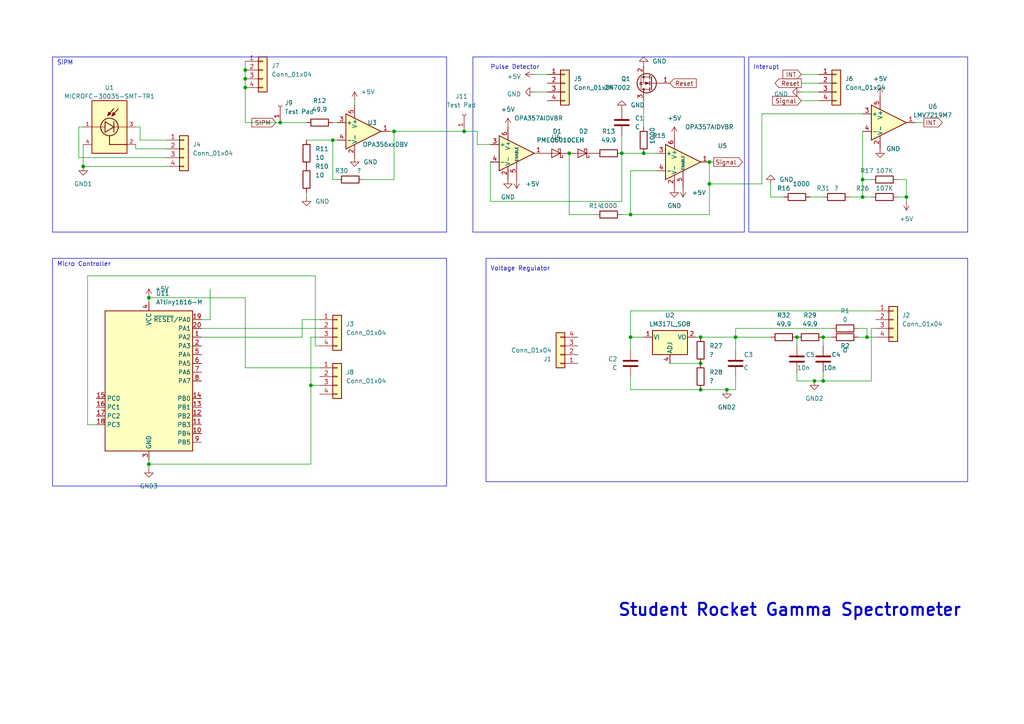
<source format=kicad_sch>
(kicad_sch (version 20230121) (generator eeschema)
  (paper "A4")
  (lib_symbols
    (symbol "Amplifier_Operational:OPA355NA" (pin_names (offset 0.127))
      (property "Reference" "U" (at 3.81 3.81 0))
      (property "Value" "OPA355NA" (at 3.81 -3.81 0))
      (symbol "OPA355NA_0_1"
        (polyline (pts (xy -5.08 5.08) (xy 5.08 0) (xy -5.08 -5.08) (xy -5.08 5.08)) (stroke (width 0.254)) (fill (type background)))
      )
      (symbol "OPA355NA_1_1"
        (pin output line (at 7.62 0 180) (length 2.54) (name "~") (number "1"))
        (pin power_in line (at -2.54 -7.62 90) (length 3.81) (name "V-") (number "2"))
        (pin input line (at -7.62 2.54 0) (length 2.54) (name "+") (number "3"))
        (pin input line (at -7.62 -2.54 0) (length 2.54) (name "-") (number "4"))
        (pin input line (at 0 -7.62 90) (length 5.08) (name "ENABLE") (number "5"))
        (pin power_in line (at -2.54 7.62 270) (length 3.81) (name "V+") (number "6"))
      )
    )
    (symbol "Amplifier_Operational:OPA356xxDBV" (pin_names (offset 0.127))
      (property "Reference" "U" (at -1.27 6.35 0))
      (property "Value" "OPA356xxDBV" (at -1.27 3.81 0))
      (symbol "OPA356xxDBV_0_1"
        (polyline (pts (xy -5.08 5.08) (xy 5.08 0) (xy -5.08 -5.08) (xy -5.08 5.08)) (stroke (width 0.254)) (fill (type background)))
        (pin power_in line (at -2.54 -7.62 90) (length 3.81) (name "V-") (number "2"))
        (pin power_in line (at -2.54 7.62 270) (length 3.81) (name "V+") (number "5"))
      )
      (symbol "OPA356xxDBV_1_1"
        (pin output line (at 7.62 0 180) (length 2.54) (name "~") (number "1"))
        (pin input line (at -7.62 2.54 0) (length 2.54) (name "+") (number "3"))
        (pin input line (at -7.62 -2.54 0) (length 2.54) (name "-") (number "4"))
      )
    )
    (symbol "Comparator:LMV7219M7" (pin_names (offset 0.127))
      (property "Reference" "U" (at -1.27 6.35 0))
      (property "Value" "LMV7219M7" (at -1.27 3.81 0))
      (symbol "LMV7219M7_0_1"
        (polyline (pts (xy -5.08 5.08) (xy 5.08 0) (xy -5.08 -5.08) (xy -5.08 5.08)) (stroke (width 0.254)) (fill (type background)))
        (pin power_in line (at -2.54 -7.62 90) (length 3.81) (name "V-") (number "2"))
        (pin power_in line (at -2.54 7.62 270) (length 3.81) (name "V+") (number "5"))
      )
      (symbol "LMV7219M7_1_1"
        (pin output line (at 7.62 0 180) (length 2.54) (name "~") (number "1"))
        (pin input line (at -7.62 2.54 0) (length 2.54) (name "+") (number "3"))
        (pin input line (at -7.62 -2.54 0) (length 2.54) (name "-") (number "4"))
      )
    )
    (symbol "Connector:Conn_01x01_Female" (pin_names (offset 1.016) hide)
      (property "Reference" "J" (at 0 2.54 0))
      (property "Value" "Conn_01x01_Female" (at 0 -2.54 0))
      (symbol "Conn_01x01_Female_1_1"
        (polyline (pts (xy -1.27 0) (xy -0.508 0)) (stroke (width 0.1524)))
        (arc (start 0 0.508) (mid -0.5058 0) (end 0 -0.508) (stroke (width 0.1524)))
        (pin passive line (at -5.08 0 0) (length 3.81) (name "Pin_1") (number "1"))
      )
    )
    (symbol "Connector_Generic:Conn_01x04" (pin_names (offset 1.016) hide)
      (property "Reference" "J" (at 0 5.08 0))
      (property "Value" "Conn_01x04" (at 0 -7.62 0))
      (symbol "Conn_01x04_1_1"
        (rectangle (start -1.27 -4.953) (end 0 -5.207) (stroke (width 0.1524)))
        (rectangle (start -1.27 -2.413) (end 0 -2.667) (stroke (width 0.1524)))
        (rectangle (start -1.27 0.127) (end 0 -0.127) (stroke (width 0.1524)))
        (rectangle (start -1.27 2.667) (end 0 2.413) (stroke (width 0.1524)))
        (rectangle (start -1.27 3.81) (end 1.27 -6.35) (stroke (width 0.254)) (fill (type background)))
        (pin passive line (at -5.08 2.54 0) (length 3.81) (name "Pin_1") (number "1"))
        (pin passive line (at -5.08 0 0) (length 3.81) (name "Pin_2") (number "2"))
        (pin passive line (at -5.08 -2.54 0) (length 3.81) (name "Pin_3") (number "3"))
        (pin passive line (at -5.08 -5.08 0) (length 3.81) (name "Pin_4") (number "4"))
      )
    )
    (symbol "Device:C" (pin_numbers hide) (pin_names (offset 0.254))
      (property "Reference" "C" (at 0.635 2.54 0))
      (property "Value" "C" (at 0.635 -2.54 0))
      (symbol "C_0_1"
        (polyline (pts (xy -2.032 -0.762) (xy 2.032 -0.762)) (stroke (width 0.508)))
        (polyline (pts (xy -2.032 0.762) (xy 2.032 0.762)) (stroke (width 0.508)))
      )
      (symbol "C_1_1"
        (pin passive line (at 0 3.81 270) (length 2.794) (name "~") (number "1"))
        (pin passive line (at 0 -3.81 90) (length 2.794) (name "~") (number "2"))
      )
    )
    (symbol "Device:R" (pin_numbers hide) (pin_names (offset 0))
      (property "Reference" "R" (at 2.032 0 90))
      (property "Value" "R" (at 0 0 90))
      (symbol "R_0_1"
        (rectangle (start -1.016 -2.54) (end 1.016 2.54) (stroke (width 0.254)))
      )
      (symbol "R_1_1"
        (pin passive line (at 0 3.81 270) (length 1.27) (name "~") (number "1"))
        (pin passive line (at 0 -3.81 90) (length 1.27) (name "~") (number "2"))
      )
    )
    (symbol "Diode:PMEG6010CEH" (pin_numbers hide) (pin_names hide)
      (property "Reference" "D" (at 0 2.54 0))
      (property "Value" "PMEG6010CEH" (at 0 -2.54 0))
      (symbol "PMEG6010CEH_0_1"
        (polyline (pts (xy 1.27 0) (xy -1.27 0)))
        (polyline (pts (xy 1.27 1.27) (xy 1.27 -1.27) (xy -1.27 0) (xy 1.27 1.27)) (stroke (width 0.2032)))
        (polyline (pts (xy -1.905 0.635) (xy -1.905 1.27) (xy -1.27 1.27) (xy -1.27 -1.27) (xy -0.635 -1.27) (xy -0.635 -0.635)) (stroke (width 0.2032)))
      )
      (symbol "PMEG6010CEH_1_1"
        (pin passive line (at -3.81 0 0) (length 2.54) (name "K") (number "1"))
        (pin passive line (at 3.81 0 180) (length 2.54) (name "A") (number "2"))
      )
    )
    (symbol "MCU_Microchip_ATtiny:ATtiny1616-M"
      (property "Reference" "U" (at -12.7 21.59 0))
      (property "Value" "ATtiny1616-M" (at 2.54 -21.59 0))
      (symbol "ATtiny1616-M_0_1"
        (rectangle (start -12.7 -20.32) (end 12.7 20.32) (stroke (width 0.254)) (fill (type background)))
      )
      (symbol "ATtiny1616-M_1_1"
        (pin bidirectional line (at 15.24 12.7 180) (length 2.54) (name "PA2") (number "1"))
        (pin bidirectional line (at 15.24 -15.24 180) (length 2.54) (name "PB4") (number "10"))
        (pin bidirectional line (at 15.24 -12.7 180) (length 2.54) (name "PB3") (number "11"))
        (pin bidirectional line (at 15.24 -10.16 180) (length 2.54) (name "PB2") (number "12"))
        (pin bidirectional line (at 15.24 -7.62 180) (length 2.54) (name "PB1") (number "13"))
        (pin bidirectional line (at 15.24 -5.08 180) (length 2.54) (name "PB0") (number "14"))
        (pin bidirectional line (at -15.24 -5.08 0) (length 2.54) (name "PC0") (number "15"))
        (pin bidirectional line (at -15.24 -7.62 0) (length 2.54) (name "PC1") (number "16"))
        (pin bidirectional line (at -15.24 -10.16 0) (length 2.54) (name "PC2") (number "17"))
        (pin bidirectional line (at -15.24 -12.7 0) (length 2.54) (name "PC3") (number "18"))
        (pin bidirectional line (at 15.24 17.78 180) (length 2.54) (name "~{RESET}/PA0") (number "19"))
        (pin bidirectional line (at 15.24 10.16 180) (length 2.54) (name "PA3") (number "2"))
        (pin bidirectional line (at 15.24 15.24 180) (length 2.54) (name "PA1") (number "20"))
        (pin passive line (at 0 -22.86 90) (length 2.54) hide (name "GND") (number "21"))
        (pin power_in line (at 0 -22.86 90) (length 2.54) (name "GND") (number "3"))
        (pin power_in line (at 0 22.86 270) (length 2.54) (name "VCC") (number "4"))
        (pin bidirectional line (at 15.24 7.62 180) (length 2.54) (name "PA4") (number "5"))
        (pin bidirectional line (at 15.24 5.08 180) (length 2.54) (name "PA5") (number "6"))
        (pin bidirectional line (at 15.24 2.54 180) (length 2.54) (name "PA6") (number "7"))
        (pin bidirectional line (at 15.24 0 180) (length 2.54) (name "PA7") (number "8"))
        (pin bidirectional line (at 15.24 -17.78 180) (length 2.54) (name "PB5") (number "9"))
      )
    )
    (symbol "MICROFC-30035-SMT-TR1:MICROFC-30035-SMT-TR1" (pin_names (offset 1.016))
      (property "Reference" "U" (at -4.3688 10.8458 0))
      (property "Value" "MICROFC-30035-SMT-TR1" (at -4.826 -7.112 0))
      (symbol "MICROFC-30035-SMT-TR1_0_0"
        (rectangle (start -5.08 -5.08) (end 5.08 10.16) (stroke (width 0.254)) (fill (type background)))
        (polyline (pts (xy -1.27 1.016) (xy 1.27 2.54)) (stroke (width 0.254)))
        (polyline (pts (xy -1.27 2.54) (xy -5.08 2.54)) (stroke (width 0.1524)))
        (polyline (pts (xy -1.27 2.54) (xy -1.27 1.016)) (stroke (width 0.254)))
        (polyline (pts (xy -1.27 4.064) (xy -1.27 2.54)) (stroke (width 0.254)))
        (polyline (pts (xy -0.508 5.842) (xy -0.1778 6.8072)) (stroke (width 0.254)))
        (polyline (pts (xy -0.508 5.842) (xy 1.27 7.874)) (stroke (width 0.254)))
        (polyline (pts (xy -0.2032 6.0706) (xy -0.0762 6.0706)) (stroke (width 0.254)))
        (polyline (pts (xy -0.1778 6.8072) (xy -0.2032 6.0706)) (stroke (width 0.254)))
        (polyline (pts (xy -0.1778 6.8072) (xy 0.381 6.3246)) (stroke (width 0.254)))
        (polyline (pts (xy 0 -2.54) (xy 5.08 -2.54)) (stroke (width 0.254)))
        (polyline (pts (xy 0 0) (xy 0 -2.54)) (stroke (width 0.254)))
        (polyline (pts (xy 0.2032 6.4008) (xy -0.0254 6.2484)) (stroke (width 0.254)))
        (polyline (pts (xy 0.381 6.3246) (xy -0.508 5.842)) (stroke (width 0.254)))
        (polyline (pts (xy 0.7366 5.7404) (xy 1.0668 6.7056)) (stroke (width 0.254)))
        (polyline (pts (xy 0.7366 5.7404) (xy 2.5146 7.7724)) (stroke (width 0.254)))
        (polyline (pts (xy 1.0414 5.969) (xy 1.1684 5.969)) (stroke (width 0.254)))
        (polyline (pts (xy 1.0668 6.7056) (xy 1.0414 5.969)) (stroke (width 0.254)))
        (polyline (pts (xy 1.0668 6.7056) (xy 1.6256 6.223)) (stroke (width 0.254)))
        (polyline (pts (xy 1.27 2.54) (xy -1.27 4.064)) (stroke (width 0.254)))
        (polyline (pts (xy 1.27 2.54) (xy 1.27 1.016)) (stroke (width 0.254)))
        (polyline (pts (xy 1.27 4.064) (xy 1.27 2.54)) (stroke (width 0.254)))
        (polyline (pts (xy 1.4478 6.2992) (xy 1.2192 6.1468)) (stroke (width 0.254)))
        (polyline (pts (xy 1.6256 6.223) (xy 0.7366 5.7404)) (stroke (width 0.254)))
        (polyline (pts (xy 5.08 2.54) (xy 1.27 2.54)) (stroke (width 0.1524)))
        (circle (center 0 2.54) (radius 2.54) (stroke (width 0.254)))
        (pin passive line (at -7.62 2.54 0) (length 2.54) (name "~") (number "1"))
        (pin output line (at 7.62 -2.54 180) (length 2.54) (name "~") (number "2"))
        (pin passive line (at 7.62 2.54 180) (length 2.54) (name "~") (number "3"))
        (pin passive line (at -7.62 -2.54 0) (length 2.54) (name "~") (number "4"))
      )
    )
    (symbol "Regulator_Linear:LM317L_SO8" (pin_names (offset 0.254))
      (property "Reference" "U" (at -3.81 3.175 0))
      (property "Value" "LM317L_SO8" (at 0 3.175 0))
      (symbol "LM317L_SO8_0_1"
        (rectangle (start -5.08 1.905) (end 5.08 -5.08) (stroke (width 0.254)) (fill (type background)))
      )
      (symbol "LM317L_SO8_1_1"
        (pin power_in line (at -7.62 0 0) (length 2.54) (name "VI") (number "1"))
        (pin power_out line (at 7.62 0 180) (length 2.54) (name "VO") (number "2"))
        (pin passive line (at 7.62 0 180) (length 2.54) hide (name "VO") (number "3"))
        (pin input line (at 0 -7.62 90) (length 2.54) (name "ADJ") (number "4"))
        (pin no_connect line (at -7.62 -2.54 0) (length 2.54) hide (name "NC") (number "5"))
        (pin passive line (at 7.62 0 180) (length 2.54) hide (name "VO") (number "6"))
        (pin passive line (at 7.62 0 180) (length 2.54) hide (name "VO") (number "7"))
        (pin no_connect line (at 7.62 -2.54 180) (length 2.54) hide (name "NC") (number "8"))
      )
    )
    (symbol "Transistor_FET:2N7002" (pin_names hide)
      (property "Reference" "Q" (at 5.08 1.905 0))
      (property "Value" "2N7002" (at 5.08 0 0))
      (symbol "2N7002_0_1"
        (polyline (pts (xy 0.254 0) (xy -2.54 0)))
        (polyline (pts (xy 0.254 1.905) (xy 0.254 -1.905)) (stroke (width 0.254)))
        (polyline (pts (xy 0.762 -1.27) (xy 0.762 -2.286)) (stroke (width 0.254)))
        (polyline (pts (xy 0.762 0.508) (xy 0.762 -0.508)) (stroke (width 0.254)))
        (polyline (pts (xy 0.762 2.286) (xy 0.762 1.27)) (stroke (width 0.254)))
        (polyline (pts (xy 2.54 2.54) (xy 2.54 1.778)))
        (polyline (pts (xy 2.54 -2.54) (xy 2.54 0) (xy 0.762 0)))
        (polyline (pts (xy 0.762 -1.778) (xy 3.302 -1.778) (xy 3.302 1.778) (xy 0.762 1.778)))
        (polyline (pts (xy 1.016 0) (xy 2.032 0.381) (xy 2.032 -0.381) (xy 1.016 0)) (fill (type outline)))
        (polyline (pts (xy 2.794 0.508) (xy 2.921 0.381) (xy 3.683 0.381) (xy 3.81 0.254)))
        (polyline (pts (xy 3.302 0.381) (xy 2.921 -0.254) (xy 3.683 -0.254) (xy 3.302 0.381)))
        (circle (center 1.651 0) (radius 2.794) (stroke (width 0.254)))
        (circle (center 2.54 -1.778) (radius 0.254) (fill (type outline)))
        (circle (center 2.54 1.778) (radius 0.254) (fill (type outline)))
      )
      (symbol "2N7002_1_1"
        (pin input line (at -5.08 0 0) (length 2.54) (name "G") (number "1"))
        (pin passive line (at 2.54 -5.08 90) (length 2.54) (name "S") (number "2"))
        (pin passive line (at 2.54 5.08 270) (length 2.54) (name "D") (number "3"))
      )
    )
    (symbol "power:+5V" (power) (pin_names (offset 0))
      (property "Value" "+5V" (at 0 3.556 0))
      (symbol "+5V_0_1"
        (polyline (pts (xy -0.762 1.27) (xy 0 2.54)))
        (polyline (pts (xy 0 0) (xy 0 2.54)))
        (polyline (pts (xy 0 2.54) (xy 0.762 1.27)))
      )
      (symbol "+5V_1_1"
        (pin power_in line (at 0 0 90) (length 0) hide (name "+5V") (number "1"))
      )
    )
    (symbol "power:GND" (power) (pin_names (offset 0))
      (property "Value" "GND" (at 0 -3.81 0))
      (symbol "GND_0_1"
        (polyline (pts (xy 0 0) (xy 0 -1.27) (xy 1.27 -1.27) (xy 0 -2.54) (xy -1.27 -1.27) (xy 0 -1.27)))
      )
      (symbol "GND_1_1"
        (pin power_in line (at 0 0 270) (length 0) hide (name "GND") (number "1"))
      )
    )
    (symbol "power:GND1" (power) (pin_names (offset 0))
      (property "Value" "GND1" (at 0 -3.81 0))
      (symbol "GND1_0_1"
        (polyline (pts (xy 0 0) (xy 0 -1.27) (xy 1.27 -1.27) (xy 0 -2.54) (xy -1.27 -1.27) (xy 0 -1.27)))
      )
      (symbol "GND1_1_1"
        (pin power_in line (at 0 0 270) (length 0) hide (name "GND1") (number "1"))
      )
    )
    (symbol "power:GND2" (power) (pin_names (offset 0))
      (property "Value" "GND2" (at 0 -3.81 0))
      (symbol "GND2_0_1"
        (polyline (pts (xy 0 0) (xy 0 -1.27) (xy 1.27 -1.27) (xy 0 -2.54) (xy -1.27 -1.27) (xy 0 -1.27)))
      )
      (symbol "GND2_1_1"
        (pin power_in line (at 0 0 270) (length 0) hide (name "GND2") (number "1"))
      )
    )
    (symbol "power:GND3" (power) (pin_names (offset 0))
      (property "Value" "GND3" (at 0 -3.81 0))
      (symbol "GND3_0_1"
        (polyline (pts (xy 0 0) (xy 0 -1.27) (xy 1.27 -1.27) (xy 0 -2.54) (xy -1.27 -1.27) (xy 0 -1.27)))
      )
      (symbol "GND3_1_1"
        (pin power_in line (at 0 0 270) (length 0) hide (name "GND3") (number "1"))
      )
    )
  )
  (junction (at 205.74 46.99))
  (junction (at 236.22 110.49))
  (junction (at 81.28 35.56))
  (junction (at 114.3 38.1))
  (junction (at 231.14 97.79))
  (junction (at 186.69 44.45))
  (junction (at 238.76 110.49))
  (junction (at 213.36 97.79))
  (junction (at 251.46 97.79))
  (junction (at 250.19 57.15))
  (junction (at 24.13 48.26))
  (junction (at 165.1 44.45))
  (junction (at 43.18 86.36))
  (junction (at 238.76 97.79))
  (junction (at 43.18 134.62))
  (junction (at 203.2 97.79))
  (junction (at 203.2 105.41))
  (junction (at 250.19 52.07))
  (junction (at 90.17 111.76))
  (junction (at 205.74 53.34))
  (junction (at 71.12 25.4))
  (junction (at 180.34 44.45))
  (junction (at 71.12 22.86))
  (junction (at 182.88 62.23))
  (junction (at 182.88 97.79))
  (junction (at 96.52 40.64))
  (junction (at 203.2 113.03))
  (junction (at 262.89 57.15))
  (junction (at 210.82 113.03))
  (junction (at 71.12 20.32))
  (junction (at 134.62 38.1))
  (wire (pts (xy 43.18 87.63) (xy 43.18 86.36)))
  (wire (pts (xy 90.17 111.76) (xy 92.71 111.76)))
  (wire (pts (xy 260.35 52.07) (xy 262.89 52.07)))
  (wire (pts (xy 203.2 113.03) (xy 210.82 113.03)))
  (wire (pts (xy 232.41 21.59) (xy 237.49 21.59)))
  (wire (pts (xy 22.86 36.83) (xy 22.86 45.72)))
  (wire (pts (xy 91.44 100.33) (xy 92.71 100.33)))
  (wire (pts (xy 71.12 20.32) (xy 71.12 22.86)))
  (wire (pts (xy 165.1 62.23) (xy 172.72 62.23)))
  (wire (pts (xy 194.31 105.41) (xy 203.2 105.41)))
  (wire (pts (xy 180.34 44.45) (xy 186.69 44.45)))
  (wire (pts (xy 88.9 40.64) (xy 96.52 40.64)))
  (wire (pts (xy 154.94 21.59) (xy 158.75 21.59)))
  (wire (pts (xy 252.73 95.25) (xy 254 95.25)))
  (polyline (pts (xy 137.16 16.51) (xy 215.9 16.51)))
  (wire (pts (xy 134.62 38.1) (xy 138.43 38.1)))
  (wire (pts (xy 213.36 97.79) (xy 213.36 101.6)))
  (wire (pts (xy 238.76 97.79) (xy 241.3 97.79)))
  (wire (pts (xy 24.13 48.26) (xy 48.26 48.26)))
  (wire (pts (xy 231.14 97.79) (xy 231.14 100.33)))
  (wire (pts (xy 205.74 53.34) (xy 205.74 62.23)))
  (wire (pts (xy 182.88 97.79) (xy 182.88 90.17)))
  (wire (pts (xy 71.12 22.86) (xy 71.12 25.4)))
  (wire (pts (xy 43.18 134.62) (xy 43.18 135.89)))
  (wire (pts (xy 232.41 29.21) (xy 237.49 29.21)))
  (wire (pts (xy 25.4 80.01) (xy 91.44 80.01)))
  (wire (pts (xy 113.03 38.1) (xy 114.3 38.1)))
  (wire (pts (xy 248.92 95.25) (xy 251.46 95.25)))
  (wire (pts (xy 25.4 123.19) (xy 25.4 80.01)))
  (wire (pts (xy 205.74 46.99) (xy 207.01 46.99)))
  (wire (pts (xy 92.71 97.79) (xy 90.17 97.79)))
  (polyline (pts (xy 129.54 16.51) (xy 129.54 67.31)))
  (wire (pts (xy 220.98 33.02) (xy 220.98 53.34)))
  (wire (pts (xy 265.43 35.56) (xy 267.97 35.56)))
  (wire (pts (xy 262.89 57.15) (xy 262.89 58.42)))
  (wire (pts (xy 213.36 97.79) (xy 213.36 95.25)))
  (wire (pts (xy 238.76 97.79) (xy 238.76 100.33)))
  (wire (pts (xy 138.43 38.1) (xy 138.43 41.91)))
  (wire (pts (xy 97.79 40.64) (xy 96.52 40.64)))
  (wire (pts (xy 43.18 134.62) (xy 90.17 134.62)))
  (polyline (pts (xy 15.24 16.51) (xy 129.54 16.51)))
  (wire (pts (xy 186.69 44.45) (xy 190.5 44.45)))
  (wire (pts (xy 236.22 110.49) (xy 238.76 110.49)))
  (wire (pts (xy 81.28 35.56) (xy 88.9 35.56)))
  (wire (pts (xy 96.52 35.56) (xy 97.79 35.56)))
  (wire (pts (xy 223.52 53.34) (xy 223.52 57.15)))
  (wire (pts (xy 114.3 38.1) (xy 114.3 52.07)))
  (wire (pts (xy 182.88 49.53) (xy 190.5 49.53)))
  (wire (pts (xy 248.92 97.79) (xy 251.46 97.79)))
  (wire (pts (xy 234.95 57.15) (xy 238.76 57.15)))
  (wire (pts (xy 252.73 57.15) (xy 250.19 57.15)))
  (wire (pts (xy 180.34 44.45) (xy 180.34 58.42)))
  (wire (pts (xy 71.12 17.78) (xy 71.12 20.32)))
  (wire (pts (xy 182.88 97.79) (xy 182.88 101.6)))
  (wire (pts (xy 39.37 36.83) (xy 40.64 36.83)))
  (wire (pts (xy 203.2 97.79) (xy 213.36 97.79)))
  (wire (pts (xy 220.98 53.34) (xy 205.74 53.34)))
  (wire (pts (xy 252.73 52.07) (xy 250.19 52.07)))
  (wire (pts (xy 250.19 57.15) (xy 246.38 57.15)))
  (wire (pts (xy 213.36 97.79) (xy 223.52 97.79)))
  (wire (pts (xy 213.36 95.25) (xy 241.3 95.25)))
  (wire (pts (xy 87.63 92.71) (xy 92.71 92.71)))
  (wire (pts (xy 39.37 41.91) (xy 39.37 43.18)))
  (wire (pts (xy 205.74 46.99) (xy 205.74 53.34)))
  (wire (pts (xy 96.52 52.07) (xy 97.79 52.07)))
  (polyline (pts (xy 215.9 16.51) (xy 215.9 67.31)))
  (wire (pts (xy 238.76 110.49) (xy 238.76 107.95)))
  (wire (pts (xy 71.12 86.36) (xy 71.12 106.68)))
  (wire (pts (xy 25.4 123.19) (xy 27.94 123.19)))
  (wire (pts (xy 71.12 35.56) (xy 81.28 35.56)))
  (wire (pts (xy 231.14 110.49) (xy 231.14 107.95)))
  (wire (pts (xy 250.19 52.07) (xy 250.19 57.15)))
  (wire (pts (xy 182.88 113.03) (xy 203.2 113.03)))
  (wire (pts (xy 180.34 39.37) (xy 180.34 44.45)))
  (wire (pts (xy 58.42 95.25) (xy 92.71 95.25)))
  (wire (pts (xy 238.76 110.49) (xy 252.73 110.49)))
  (wire (pts (xy 43.18 133.35) (xy 43.18 134.62)))
  (wire (pts (xy 39.37 43.18) (xy 48.26 43.18)))
  (wire (pts (xy 251.46 95.25) (xy 251.46 97.79)))
  (wire (pts (xy 105.41 52.07) (xy 114.3 52.07)))
  (wire (pts (xy 102.87 29.21) (xy 102.87 30.48)))
  (wire (pts (xy 24.13 36.83) (xy 22.86 36.83)))
  (polyline (pts (xy 15.24 16.51) (xy 15.24 67.31)))
  (polyline (pts (xy 215.9 67.31) (xy 137.16 67.31)))
  (wire (pts (xy 142.24 58.42) (xy 180.34 58.42)))
  (wire (pts (xy 186.69 29.21) (xy 186.69 36.83)))
  (wire (pts (xy 262.89 52.07) (xy 262.89 57.15)))
  (wire (pts (xy 165.1 44.45) (xy 165.1 62.23)))
  (wire (pts (xy 186.69 97.79) (xy 182.88 97.79)))
  (wire (pts (xy 114.3 38.1) (xy 134.62 38.1)))
  (wire (pts (xy 260.35 57.15) (xy 262.89 57.15)))
  (wire (pts (xy 87.63 92.71) (xy 87.63 97.79)))
  (wire (pts (xy 201.93 97.79) (xy 203.2 97.79)))
  (wire (pts (xy 180.34 62.23) (xy 182.88 62.23)))
  (wire (pts (xy 43.18 86.36) (xy 71.12 86.36)))
  (wire (pts (xy 22.86 45.72) (xy 48.26 45.72)))
  (wire (pts (xy 58.42 97.79) (xy 87.63 97.79)))
  (wire (pts (xy 71.12 106.68) (xy 92.71 106.68)))
  (wire (pts (xy 90.17 134.62) (xy 90.17 111.76)))
  (wire (pts (xy 182.88 109.22) (xy 182.88 113.03)))
  (wire (pts (xy 220.98 33.02) (xy 250.19 33.02)))
  (wire (pts (xy 232.41 26.67) (xy 237.49 26.67)))
  (wire (pts (xy 251.46 97.79) (xy 254 97.79)))
  (wire (pts (xy 60.96 92.71) (xy 60.96 83.82)))
  (wire (pts (xy 182.88 62.23) (xy 205.74 62.23)))
  (wire (pts (xy 210.82 113.03) (xy 213.36 113.03)))
  (wire (pts (xy 90.17 97.79) (xy 90.17 111.76)))
  (wire (pts (xy 213.36 109.22) (xy 213.36 113.03)))
  (wire (pts (xy 182.88 90.17) (xy 254 90.17)))
  (wire (pts (xy 250.19 38.1) (xy 250.19 52.07)))
  (wire (pts (xy 71.12 25.4) (xy 71.12 35.56)))
  (wire (pts (xy 91.44 80.01) (xy 91.44 100.33)))
  (wire (pts (xy 138.43 41.91) (xy 142.24 41.91)))
  (wire (pts (xy 252.73 110.49) (xy 252.73 95.25)))
  (wire (pts (xy 154.94 26.67) (xy 158.75 26.67)))
  (wire (pts (xy 40.64 36.83) (xy 40.64 40.64)))
  (wire (pts (xy 88.9 55.88) (xy 88.9 57.15)))
  (wire (pts (xy 231.14 110.49) (xy 236.22 110.49)))
  (polyline (pts (xy 129.54 67.31) (xy 15.24 67.31)))
  (wire (pts (xy 232.41 24.13) (xy 237.49 24.13)))
  (polyline (pts (xy 137.16 16.51) (xy 137.16 67.31)))
  (wire (pts (xy 58.42 92.71) (xy 60.96 92.71)))
  (wire (pts (xy 182.88 62.23) (xy 182.88 49.53)))
  (wire (pts (xy 223.52 57.15) (xy 227.33 57.15)))
  (wire (pts (xy 24.13 41.91) (xy 24.13 48.26)))
  (wire (pts (xy 40.64 40.64) (xy 48.26 40.64)))
  (wire (pts (xy 142.24 46.99) (xy 142.24 58.42)))
  (wire (pts (xy 96.52 40.64) (xy 96.52 52.07)))
  (rectangle (start 217.17 16.51) (end 280.67 67.31))
  (rectangle (start 15.24 74.93) (end 129.54 140.97))
  (rectangle (start 140.97 74.93) (end 280.67 139.7))
  (text "Student Rocket Gamma Spectrometer" (at 179.07 179.07 0) (effects (font (size 3.5 3.5) (thickness 0.6) bold) (justify left bottom)))
  (text "SiPM" (at 16.51 19.05 0) (effects (font (size 1.27 1.27)) (justify left bottom)))
  (text "Voltage Regulator" (at 142.24 78.74 0) (effects (font (size 1.27 1.27)) (justify left bottom)))
  (text "Micro Controller" (at 16.51 77.47 0) (effects (font (size 1.27 1.27)) (justify left bottom)))
  (text "Interupt" (at 218.44 20.32 0) (effects (font (size 1.27 1.27)) (justify left bottom)))
  (text "Pulse Detector" (at 142.24 20.32 0) (effects (font (size 1.27 1.27)) (justify left bottom)))
  (global_label "SIPM" (shape input) (at 80.01 35.56 180) (property "Intersheetrefs" "${INTERSHEET_REFS}" (effects hide)))
  (global_label "Reset" (shape input) (at 194.31 24.13 0) (property "Intersheetrefs" "${INTERSHEET_REFS}" (effects hide)))
  (global_label "Signal" (shape input) (at 232.41 29.21 180) (property "Intersheetrefs" "${INTERSHEET_REFS}" (effects hide)))
  (global_label "Signal" (shape output) (at 207.01 46.99 0) (property "Intersheetrefs" "${INTERSHEET_REFS}" (effects hide)))
  (global_label "INT" (shape output) (at 267.97 35.56 0) (property "Intersheetrefs" "${INTERSHEET_REFS}" (effects hide)))
  (global_label "INT" (shape input) (at 232.41 21.59 180) (property "Intersheetrefs" "${INTERSHEET_REFS}" (effects hide)))
  (global_label "Reset" (shape output) (at 232.41 24.13 180) (property "Intersheetrefs" "${INTERSHEET_REFS}" (effects hide)))
  (symbol (lib_id "Device:C") (at 213.36 105.41 0) (mirror x) (unit 1)
    (property "Reference" "C3" (at 218.44 102.87 0) (effects (justify right)))
    (property "Value" "C" (at 217.17 106.68 0) (effects (justify right)))
    (property "Footprint" "Capacitor_SMD:C_0805_2012Metric_Pad1.18x1.45mm_HandSolder" (effects hide))
  )
  (symbol (lib_id "power:+5V") (at 149.86 52.07 180) (unit 1)
    (property "Reference" "#PWR0110" (effects hide))
    (property "Value" "+5V" (at 152.4 53.3399 0) (effects (justify right)))
  )
  (symbol (lib_id "Device:R") (at 245.11 95.25 90) (unit 1)
    (property "Reference" "R1" (at 245.11 90.17 90))
    (property "Value" "0" (at 245.11 92.71 90))
    (property "Footprint" "Resistor_SMD:R_0805_2012Metric_Pad1.20x1.40mm_HandSolder" (effects hide))
  )
  (symbol (lib_id "power:+5V") (at 255.27 27.94 0) (unit 1)
    (property "Reference" "#PWR0118" (effects hide))
    (property "Value" "+5V" (at 255.27 22.86 0))
  )
  (symbol (lib_id "Connector_Generic:Conn_01x04") (at 259.08 92.71 0) (unit 1)
    (property "Reference" "J2" (at 261.62 91.44 0) (effects (justify left)))
    (property "Value" "Conn_01x04" (at 261.62 93.98 0) (effects (justify left)))
    (property "Footprint" "Connector_PinHeader_2.00mm:PinHeader_1x04_P2.00mm_Vertical" (effects hide))
  )
  (symbol (lib_id "power:+5V") (at 102.87 29.21 0) (unit 1)
    (property "Reference" "#PWR0111" (effects hide))
    (property "Value" "+5V" (at 106.68 26.67 0))
  )
  (symbol (lib_id "Device:R") (at 242.57 57.15 90) (unit 1)
    (property "Reference" "R31" (at 238.76 54.61 90))
    (property "Value" "?" (at 242.57 54.61 90))
    (property "Footprint" "Resistor_SMD:R_0805_2012Metric_Pad1.20x1.40mm_HandSolder" (effects hide))
  )
  (symbol (lib_id "Amplifier_Operational:OPA355NA") (at 149.86 44.45 0) (unit 1)
    (property "Reference" "U4" (at 161.29 39.751 0))
    (property "Value" "OPA357AIDVBR" (at 156.21 34.29 0))
    (property "Footprint" "Package_TO_SOT_SMD:SOT-23-6" (effects hide))
    (property "Datasheet" "http://www.ti.com/lit/ds/symlink/opa355.pdf" (effects hide))
  )
  (symbol (lib_id "power:GND") (at 180.34 31.75 180) (unit 1)
    (property "Reference" "#PWR0105" (effects hide))
    (property "Value" "GND" (at 182.88 30.4799 0) (effects (justify right)))
  )
  (symbol (lib_id "Device:C") (at 238.76 104.14 0) (unit 1)
    (property "Reference" "C4" (at 243.84 102.87 0) (effects (justify right)))
    (property "Value" "10n" (at 242.57 106.68 0) (effects (justify right)))
    (property "Footprint" "Capacitor_SMD:C_0805_2012Metric_Pad1.18x1.45mm_HandSolder" (effects hide))
  )
  (symbol (lib_id "MICROFC-30035-SMT-TR1:MICROFC-30035-SMT-TR1") (at 31.75 39.37 0) (unit 1)
    (property "Reference" "U1" (at 31.75 25.4 0))
    (property "Value" "MICROFC-30035-SMT-TR1" (at 31.75 27.94 0))
    (property "Footprint" "XDCR_MICROFC-30035-SMT-TR1" (effects hide))
    (property "PARTREV" "Issue O" (effects hide))
    (property "STANDARD" "Manufacturer Recommendations" (effects hide))
    (property "MAXIMUM_PACKAGE_HEIGHT" "0.70 mm" (effects hide))
    (property "MANUFACTURER" "On Semiconductor" (effects hide))
  )
  (symbol (lib_id "Regulator_Linear:LM317L_SO8") (at 194.31 97.79 0) (unit 1)
    (property "Reference" "U2" (at 194.31 91.44 0))
    (property "Value" "LM317L_SO8" (at 194.31 93.98 0))
    (property "Footprint" "Package_SO:SOIC-8_3.9x4.9mm_P1.27mm" (effects hide))
    (property "Datasheet" "http://www.ti.com/lit/ds/snvs775k/snvs775k.pdf" (effects hide))
  )
  (symbol (lib_id "Device:R") (at 176.53 44.45 270) (mirror x) (unit 1)
    (property "Reference" "R13" (at 176.53 38.1 90))
    (property "Value" "49.9" (at 176.53 40.64 90))
    (property "Footprint" "Resistor_SMD:R_0805_2012Metric_Pad1.20x1.40mm_HandSolder" (effects hide))
  )
  (symbol (lib_id "Device:C") (at 182.88 105.41 0) (mirror x) (unit 1)
    (property "Reference" "C2" (at 179.07 104.1399 0) (effects (justify right)))
    (property "Value" "C" (at 179.07 106.6799 0) (effects (justify right)))
    (property "Footprint" "Capacitor_SMD:C_0805_2012Metric_Pad1.18x1.45mm_HandSolder" (effects hide))
  )
  (symbol (lib_id "power:GND") (at 255.27 43.18 0) (unit 1)
    (property "Reference" "#PWR0116" (effects hide))
    (property "Value" "GND" (at 259.08 43.18 0))
  )
  (symbol (lib_id "Device:R") (at 256.54 57.15 90) (unit 1)
    (property "Reference" "R26" (at 250.19 54.61 90))
    (property "Value" "107K" (at 256.54 54.61 90))
    (property "Footprint" "Resistor_SMD:R_0805_2012Metric_Pad1.20x1.40mm_HandSolder" (effects hide))
  )
  (symbol (lib_id "Device:R") (at 231.14 57.15 90) (unit 1)
    (property "Reference" "R16" (at 227.33 54.61 90))
    (property "Value" "1000" (at 232.41 53.34 90))
    (property "Footprint" "Resistor_SMD:R_0805_2012Metric_Pad1.20x1.40mm_HandSolder" (effects hide))
  )
  (symbol (lib_id "MCU_Microchip_ATtiny:ATtiny1616-M") (at 43.18 110.49 0) (unit 1)
    (property "Reference" "U11" (at 45.1994 85.09 0) (effects (justify left)))
    (property "Value" "ATtiny1616-M" (at 45.1994 87.63 0) (effects (justify left)))
    (property "Footprint" "Package_DFN_QFN:VQFN-20-1EP_3x3mm_P0.4mm_EP1.7x1.7mm" (effects hide))
    (property "Datasheet" "http://ww1.microchip.com/downloads/en/DeviceDoc/ATtiny3216_ATtiny1616-data-sheet-40001997B.pdf" (effects hide))
  )
  (symbol (lib_id "power:+5V") (at 198.12 54.61 180) (unit 1)
    (property "Reference" "#PWR0104" (effects hide))
    (property "Value" "+5V" (at 200.66 55.8799 0) (effects (justify right)))
  )
  (symbol (lib_id "power:GND") (at 232.41 26.67 270) (unit 1)
    (property "Reference" "#PWR06" (effects hide))
    (property "Value" "GND" (at 228.6 27.305 90) (effects (justify right)))
  )
  (symbol (lib_id "power:GND") (at 223.52 53.34 180) (unit 1)
    (property "Reference" "#PWR0119" (effects hide))
    (property "Value" "GND" (at 226.06 52.0699 0) (effects (justify right)))
  )
  (symbol (lib_id "Device:C") (at 180.34 35.56 0) (unit 1)
    (property "Reference" "C1" (at 184.15 34.2899 0) (effects (justify left)))
    (property "Value" "C" (at 184.15 36.8299 0) (effects (justify left)))
    (property "Footprint" "Capacitor_SMD:C_0805_2012Metric_Pad1.18x1.45mm_HandSolder" (effects hide))
  )
  (symbol (lib_id "power:GND") (at 102.87 45.72 0) (unit 1)
    (property "Reference" "#PWR0112" (effects hide))
    (property "Value" "GND" (at 105.41 46.9899 0) (effects (justify left)))
  )
  (symbol (lib_id "Device:R") (at 186.69 40.64 180) (unit 1)
    (property "Reference" "R15" (at 189.23 39.3699 0) (effects (justify right)))
    (property "Value" "1000" (at 189.23 41.9099 90) (effects (justify right)))
    (property "Footprint" "Resistor_SMD:R_0805_2012Metric_Pad1.20x1.40mm_HandSolder" (effects hide))
  )
  (symbol (lib_id "power:+5V") (at 154.94 21.59 90) (unit 1)
    (property "Reference" "#PWR04" (effects hide))
    (property "Value" "+5V" (at 151.13 22.225 90) (effects (justify left)))
  )
  (symbol (lib_id "Device:R") (at 203.2 109.22 180) (unit 1)
    (property "Reference" "R28" (at 205.74 107.9499 0) (effects (justify right)))
    (property "Value" "?" (at 205.74 110.4899 0) (effects (justify right)))
    (property "Footprint" "Resistor_SMD:R_0805_2012Metric_Pad1.20x1.40mm_HandSolder" (effects hide))
  )
  (symbol (lib_id "power:GND2") (at 210.82 113.03 0) (unit 1)
    (property "Reference" "#PWR02" (effects hide))
    (property "Value" "GND2" (at 210.82 118.11 0))
  )
  (symbol (lib_id "Connector_Generic:Conn_01x04") (at 97.79 109.22 0) (unit 1)
    (property "Reference" "J8" (at 100.33 107.95 0) (effects (justify left)))
    (property "Value" "Conn_01x04" (at 100.33 110.49 0) (effects (justify left)))
    (property "Footprint" "Connector_PinHeader_2.00mm:PinHeader_1x04_P2.00mm_Vertical" (effects hide))
  )
  (symbol (lib_id "Device:C") (at 231.14 104.14 0) (unit 1)
    (property "Reference" "C5" (at 233.68 102.87 0) (effects (justify left)))
    (property "Value" "10n" (at 234.95 106.68 0) (effects (justify right)))
    (property "Footprint" "Capacitor_SMD:C_0805_2012Metric_Pad1.18x1.45mm_HandSolder" (effects hide))
  )
  (symbol (lib_id "Device:R") (at 256.54 52.07 90) (unit 1)
    (property "Reference" "R17" (at 251.46 49.53 90))
    (property "Value" "107K" (at 256.54 49.53 90))
    (property "Footprint" "Resistor_SMD:R_0805_2012Metric_Pad1.20x1.40mm_HandSolder" (effects hide))
  )
  (symbol (lib_id "Connector:Conn_01x01_Female") (at 134.62 33.02 90) (unit 1)
    (property "Reference" "J11" (at 132.08 27.94 90) (effects (justify right)))
    (property "Value" "Test Pad" (at 129.54 30.48 90) (effects (justify right)))
    (property "Footprint" "TestPoint:TestPoint_THTPad_1.0x1.0mm_Drill0.5mm" (effects hide))
  )
  (symbol (lib_id "Comparator:LMV7219M7") (at 257.81 35.56 0) (unit 1)
    (property "Reference" "U6" (at 270.51 30.861 0))
    (property "Value" "LMV7219M7" (at 270.51 33.401 0))
    (property "Footprint" "Package_TO_SOT_SMD:SOT-353_SC-70-5" (effects hide))
    (property "Datasheet" "https://www.ti.com/lit/ds/symlink/lmv7219.pdf" (effects hide))
  )
  (symbol (lib_id "Connector_Generic:Conn_01x04") (at 162.56 102.87 180) (unit 1)
    (property "Reference" "J1" (at 160.02 104.14 0) (effects (justify left)))
    (property "Value" "Conn_01x04" (at 160.02 101.6 0) (effects (justify left)))
    (property "Footprint" "Connector_PinHeader_2.00mm:PinHeader_1x04_P2.00mm_Vertical" (effects hide))
  )
  (symbol (lib_id "Connector_Generic:Conn_01x04") (at 76.2 20.32 0) (unit 1)
    (property "Reference" "J7" (at 78.74 19.05 0) (effects (justify left)))
    (property "Value" "Conn_01x04" (at 78.74 21.59 0) (effects (justify left)))
    (property "Footprint" "Connector_PinHeader_2.00mm:PinHeader_1x04_P2.00mm_Vertical" (effects hide))
  )
  (symbol (lib_id "Amplifier_Operational:OPA356xxDBV") (at 105.41 38.1 0) (unit 1)
    (property "Reference" "U3" (at 107.95 35.56 0))
    (property "Value" "OPA356xxDBV" (at 111.76 41.91 0))
    (property "Footprint" "Package_TO_SOT_SMD:SOT-23-5" (effects hide))
    (property "Datasheet" "http://www.ti.com/lit/ds/symlink/opa356.pdf" (effects hide))
  )
  (symbol (lib_id "power:GND2") (at 236.22 110.49 0) (unit 1)
    (property "Reference" "#PWR01" (effects hide))
    (property "Value" "GND2" (at 236.22 115.57 0))
  )
  (symbol (lib_id "power:+5V") (at 262.89 58.42 180) (unit 1)
    (property "Reference" "#PWR0117" (effects hide))
    (property "Value" "+5V" (at 262.89 63.5 0))
  )
  (symbol (lib_id "power:GND1") (at 24.13 48.26 0) (unit 1)
    (property "Reference" "#PWR0114" (effects hide))
    (property "Value" "GND1" (at 24.13 53.34 0))
  )
  (symbol (lib_id "power:+5V") (at 147.32 36.83 0) (unit 1)
    (property "Reference" "#PWR0109" (effects hide))
    (property "Value" "+5V" (at 147.32 31.75 0))
  )
  (symbol (lib_id "power:GND") (at 154.94 26.67 270) (unit 1)
    (property "Reference" "#PWR05" (effects hide))
    (property "Value" "GND" (at 151.13 27.305 90) (effects (justify right)))
  )
  (symbol (lib_id "Diode:PMEG6010CEH") (at 161.29 44.45 180) (unit 1)
    (property "Reference" "D1" (at 161.6075 38.1 0))
    (property "Value" "PMEG6010CEH" (at 162.56 40.64 0))
    (property "Footprint" "Diode_SMD:D_SOD-123F" (effects hide))
    (property "Datasheet" "https://assets.nexperia.com/documents/data-sheet/PMEG6010CEH_PMEG6010CEJ.pdf" (effects hide))
  )
  (symbol (lib_id "Device:R") (at 203.2 101.6 180) (unit 1)
    (property "Reference" "R27" (at 205.74 100.3299 0) (effects (justify right)))
    (property "Value" "?" (at 205.74 102.8699 0) (effects (justify right)))
    (property "Footprint" "Resistor_SMD:R_0805_2012Metric_Pad1.20x1.40mm_HandSolder" (effects hide))
  )
  (symbol (lib_id "Device:R") (at 176.53 62.23 90) (unit 1)
    (property "Reference" "R14" (at 172.72 59.69 90))
    (property "Value" "1000" (at 176.53 59.69 90))
    (property "Footprint" "Resistor_SMD:R_0805_2012Metric_Pad1.20x1.40mm_HandSolder" (effects hide))
  )
  (symbol (lib_id "Amplifier_Operational:OPA355NA") (at 198.12 46.99 0) (unit 1)
    (property "Reference" "U5" (at 209.55 42.291 0))
    (property "Value" "OPA357AIDVBR" (at 205.74 36.83 0))
    (property "Footprint" "Package_TO_SOT_SMD:SOT-23-6" (effects hide))
    (property "Datasheet" "http://www.ti.com/lit/ds/symlink/opa355.pdf" (effects hide))
  )
  (symbol (lib_id "Device:R") (at 245.11 97.79 90) (unit 1)
    (property "Reference" "R2" (at 245.11 100.33 90))
    (property "Value" "0" (at 245.11 101.6 90))
    (property "Footprint" "Resistor_SMD:R_0805_2012Metric_Pad1.20x1.40mm_HandSolder" (effects hide))
  )
  (symbol (lib_id "Connector_Generic:Conn_01x04") (at 163.83 24.13 0) (unit 1)
    (property "Reference" "J5" (at 166.37 22.86 0) (effects (justify left)))
    (property "Value" "Conn_01x04" (at 166.37 25.4 0) (effects (justify left)))
    (property "Footprint" "Connector_PinHeader_2.00mm:PinHeader_1x04_P2.00mm_Vertical" (effects hide))
  )
  (symbol (lib_id "Connector:Conn_01x01_Female") (at 81.28 30.48 90) (unit 1)
    (property "Reference" "J9" (at 82.55 29.8449 90) (effects (justify right)))
    (property "Value" "Test Pad" (at 82.55 32.3849 90) (effects (justify right)))
    (property "Footprint" "TestPoint:TestPoint_THTPad_1.0x1.0mm_Drill0.5mm" (effects hide))
  )
  (symbol (lib_id "Diode:PMEG6010CEH") (at 168.91 44.45 180) (unit 1)
    (property "Reference" "D2" (at 169.2275 38.1 0))
    (property "Value" "PMEG6010CEH" (at 162.56 40.64 0))
    (property "Footprint" "Diode_SMD:D_SOD-123F" (effects hide))
    (property "Datasheet" "https://assets.nexperia.com/documents/data-sheet/PMEG6010CEH_PMEG6010CEJ.pdf" (effects hide))
  )
  (symbol (lib_id "power:GND3") (at 43.18 135.89 0) (unit 1)
    (property "Reference" "#PWR03" (effects hide))
    (property "Value" "GND3" (at 43.18 140.97 0))
  )
  (symbol (lib_id "Device:R") (at 92.71 35.56 90) (unit 1)
    (property "Reference" "R12" (at 92.71 29.21 90))
    (property "Value" "49.9" (at 92.71 31.75 90))
    (property "Footprint" "Resistor_SMD:R_0805_2012Metric_Pad1.20x1.40mm_HandSolder" (effects hide))
  )
  (symbol (lib_id "Connector_Generic:Conn_01x04") (at 242.57 24.13 0) (unit 1)
    (property "Reference" "J6" (at 245.11 22.86 0) (effects (justify left)))
    (property "Value" "Conn_01x04" (at 245.11 25.4 0) (effects (justify left)))
    (property "Footprint" "Connector_PinHeader_2.00mm:PinHeader_1x04_P2.00mm_Vertical" (effects hide))
  )
  (symbol (lib_id "Device:R") (at 88.9 52.07 180) (unit 1)
    (property "Reference" "R10" (at 91.44 48.2599 0) (effects (justify right)))
    (property "Value" "10" (at 91.44 50.7999 0) (effects (justify right)))
    (property "Footprint" "Resistor_SMD:R_0805_2012Metric_Pad1.20x1.40mm_HandSolder" (effects hide))
  )
  (symbol (lib_id "Device:R") (at 101.6 52.07 270) (unit 1)
    (property "Reference" "R30" (at 99.06 49.53 90))
    (property "Value" "?" (at 104.14 49.53 90))
    (property "Footprint" "Resistor_SMD:R_0805_2012Metric_Pad1.20x1.40mm_HandSolder" (effects hide))
  )
  (symbol (lib_id "Device:R") (at 88.9 44.45 180) (unit 1)
    (property "Reference" "R11" (at 91.44 43.1799 0) (effects (justify right)))
    (property "Value" "10" (at 91.44 45.7199 0) (effects (justify right)))
    (property "Footprint" "Resistor_SMD:R_0805_2012Metric_Pad1.20x1.40mm_HandSolder" (effects hide))
  )
  (symbol (lib_id "Device:R") (at 227.33 97.79 270) (unit 1)
    (property "Reference" "R32" (at 227.33 91.44 90))
    (property "Value" "49.9" (at 227.33 93.98 90))
    (property "Footprint" "Resistor_SMD:R_0805_2012Metric_Pad1.20x1.40mm_HandSolder" (effects hide))
  )
  (symbol (lib_id "power:GND") (at 147.32 52.07 0) (unit 1)
    (property "Reference" "#PWR0108" (effects hide))
    (property "Value" "GND" (at 147.32 57.15 0))
  )
  (symbol (lib_id "Transistor_FET:2N7002") (at 189.23 24.13 180) (unit 1)
    (property "Reference" "Q1" (at 182.88 22.8599 0) (effects (justify left)))
    (property "Value" "2N7002" (at 182.88 25.3999 0) (effects (justify left)))
    (property "Footprint" "Package_TO_SOT_SMD:SOT-23" (effects hide))
    (property "Datasheet" "https://www.onsemi.com/pub/Collateral/NDS7002A-D.PDF" (effects hide))
  )
  (symbol (lib_id "power:GND") (at 88.9 57.15 0) (unit 1)
    (property "Reference" "#PWR0115" (effects hide))
    (property "Value" "GND" (at 91.44 58.4199 0) (effects (justify left)))
  )
  (symbol (lib_id "Connector_Generic:Conn_01x04") (at 97.79 95.25 0) (unit 1)
    (property "Reference" "J3" (at 100.33 93.98 0) (effects (justify left)))
    (property "Value" "Conn_01x04" (at 100.33 96.52 0) (effects (justify left)))
    (property "Footprint" "Connector_PinHeader_2.00mm:PinHeader_1x04_P2.00mm_Vertical" (effects hide))
  )
  (symbol (lib_id "power:+5V") (at 195.58 39.37 0) (unit 1)
    (property "Reference" "#PWR0106" (effects hide))
    (property "Value" "+5V" (at 195.58 34.29 0))
  )
  (symbol (lib_id "power:GND") (at 186.69 19.05 180) (unit 1)
    (property "Reference" "#PWR0107" (effects hide))
    (property "Value" "GND" (at 189.23 17.7799 0) (effects (justify right)))
  )
  (symbol (lib_id "Connector_Generic:Conn_01x04") (at 53.34 43.18 0) (unit 1)
    (property "Reference" "J4" (at 55.88 41.91 0) (effects (justify left)))
    (property "Value" "Conn_01x04" (at 55.88 44.45 0) (effects (justify left)))
    (property "Footprint" "Connector_PinHeader_2.00mm:PinHeader_1x04_P2.00mm_Vertical" (effects hide))
  )
  (symbol (lib_id "power:+5V") (at 43.18 86.36 0) (unit 1)
    (property "Reference" "#PWR0132" (effects hide))
    (property "Value" "+5V" (at 46.99 83.82 0))
  )
  (symbol (lib_id "Device:R") (at 234.95 97.79 270) (unit 1)
    (property "Reference" "R29" (at 234.95 91.44 90))
    (property "Value" "49.9" (at 234.95 93.98 90))
    (property "Footprint" "Resistor_SMD:R_0805_2012Metric_Pad1.20x1.40mm_HandSolder" (effects hide))
  )
  (symbol (lib_id "power:GND") (at 195.58 54.61 0) (unit 1)
    (property "Reference" "#PWR0103" (effects hide))
    (property "Value" "GND" (at 195.58 59.69 0))
  )
)
</source>
